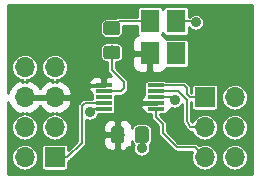
<source format=gtl>
G04 #@! TF.GenerationSoftware,KiCad,Pcbnew,(5.0.2)-1*
G04 #@! TF.CreationDate,2020-12-02T07:54:58-05:00*
G04 #@! TF.ProjectId,I2C-VFO3,4932432d-5646-44f3-932e-6b696361645f,rev?*
G04 #@! TF.SameCoordinates,Original*
G04 #@! TF.FileFunction,Copper,L1,Top*
G04 #@! TF.FilePolarity,Positive*
%FSLAX46Y46*%
G04 Gerber Fmt 4.6, Leading zero omitted, Abs format (unit mm)*
G04 Created by KiCad (PCBNEW (5.0.2)-1) date 12/2/2020 7:54:58 AM*
%MOMM*%
%LPD*%
G01*
G04 APERTURE LIST*
G04 #@! TA.AperFunction,ComponentPad*
%ADD10R,1.700000X1.700000*%
G04 #@! TD*
G04 #@! TA.AperFunction,ComponentPad*
%ADD11O,1.700000X1.700000*%
G04 #@! TD*
G04 #@! TA.AperFunction,SMDPad,CuDef*
%ADD12R,1.400000X0.300000*%
G04 #@! TD*
G04 #@! TA.AperFunction,SMDPad,CuDef*
%ADD13R,1.650000X1.950000*%
G04 #@! TD*
G04 #@! TA.AperFunction,Conductor*
%ADD14C,0.150000*%
G04 #@! TD*
G04 #@! TA.AperFunction,SMDPad,CuDef*
%ADD15C,1.150000*%
G04 #@! TD*
G04 #@! TA.AperFunction,ViaPad*
%ADD16C,0.889000*%
G04 #@! TD*
G04 #@! TA.AperFunction,Conductor*
%ADD17C,0.203200*%
G04 #@! TD*
G04 #@! TA.AperFunction,Conductor*
%ADD18C,0.254000*%
G04 #@! TD*
G04 APERTURE END LIST*
D10*
G04 #@! TO.P,J1,1*
G04 #@! TO.N,/SCL*
X20320000Y-27940000D03*
D11*
G04 #@! TO.P,J1,2*
X17780000Y-27940000D03*
G04 #@! TO.P,J1,3*
G04 #@! TO.N,/SDA*
X20320000Y-25400000D03*
G04 #@! TO.P,J1,4*
X17780000Y-25400000D03*
G04 #@! TO.P,J1,5*
G04 #@! TO.N,+3V3*
X20320000Y-22860000D03*
G04 #@! TO.P,J1,6*
X17780000Y-22860000D03*
G04 #@! TO.P,J1,7*
G04 #@! TO.N,GND*
X20320000Y-20320000D03*
G04 #@! TO.P,J1,8*
X17780000Y-20320000D03*
G04 #@! TD*
G04 #@! TO.P,J2,6*
G04 #@! TO.N,GND*
X35560000Y-27940000D03*
G04 #@! TO.P,J2,5*
G04 #@! TO.N,Net-(J2-Pad5)*
X33020000Y-27940000D03*
G04 #@! TO.P,J2,4*
G04 #@! TO.N,GND*
X35560000Y-25400000D03*
G04 #@! TO.P,J2,3*
G04 #@! TO.N,Net-(J2-Pad3)*
X33020000Y-25400000D03*
G04 #@! TO.P,J2,2*
G04 #@! TO.N,GND*
X35560000Y-22860000D03*
D10*
G04 #@! TO.P,J2,1*
G04 #@! TO.N,Net-(J2-Pad1)*
X33020000Y-22860000D03*
G04 #@! TD*
D12*
G04 #@! TO.P,U1,1*
G04 #@! TO.N,+3V3*
X24470000Y-21860000D03*
G04 #@! TO.P,U1,2*
G04 #@! TO.N,Net-(C2-Pad1)*
X24470000Y-22360000D03*
G04 #@! TO.P,U1,3*
G04 #@! TO.N,N/C*
X24470000Y-22860000D03*
G04 #@! TO.P,U1,4*
G04 #@! TO.N,/SCL*
X24470000Y-23360000D03*
G04 #@! TO.P,U1,5*
G04 #@! TO.N,/SDA*
X24470000Y-23860000D03*
G04 #@! TO.P,U1,6*
G04 #@! TO.N,Net-(J2-Pad5)*
X28870000Y-23860000D03*
G04 #@! TO.P,U1,7*
G04 #@! TO.N,+3V3*
X28870000Y-23360000D03*
G04 #@! TO.P,U1,8*
G04 #@! TO.N,GND*
X28870000Y-22860000D03*
G04 #@! TO.P,U1,9*
G04 #@! TO.N,Net-(J2-Pad3)*
X28870000Y-22360000D03*
G04 #@! TO.P,U1,10*
G04 #@! TO.N,Net-(J2-Pad1)*
X28870000Y-21860000D03*
G04 #@! TD*
D13*
G04 #@! TO.P,U2,1*
G04 #@! TO.N,N/C*
X30564000Y-19155000D03*
G04 #@! TO.P,U2,2*
G04 #@! TO.N,GND*
X30564000Y-16405000D03*
G04 #@! TO.P,U2,3*
G04 #@! TO.N,Net-(C2-Pad2)*
X28364000Y-16405000D03*
G04 #@! TO.P,U2,4*
G04 #@! TO.N,+3V3*
X28364000Y-19155000D03*
G04 #@! TD*
D14*
G04 #@! TO.N,Net-(C2-Pad1)*
G04 #@! TO.C,C2*
G36*
X25620505Y-18485204D02*
X25644773Y-18488804D01*
X25668572Y-18494765D01*
X25691671Y-18503030D01*
X25713850Y-18513520D01*
X25734893Y-18526132D01*
X25754599Y-18540747D01*
X25772777Y-18557223D01*
X25789253Y-18575401D01*
X25803868Y-18595107D01*
X25816480Y-18616150D01*
X25826970Y-18638329D01*
X25835235Y-18661428D01*
X25841196Y-18685227D01*
X25844796Y-18709495D01*
X25846000Y-18733999D01*
X25846000Y-19384001D01*
X25844796Y-19408505D01*
X25841196Y-19432773D01*
X25835235Y-19456572D01*
X25826970Y-19479671D01*
X25816480Y-19501850D01*
X25803868Y-19522893D01*
X25789253Y-19542599D01*
X25772777Y-19560777D01*
X25754599Y-19577253D01*
X25734893Y-19591868D01*
X25713850Y-19604480D01*
X25691671Y-19614970D01*
X25668572Y-19623235D01*
X25644773Y-19629196D01*
X25620505Y-19632796D01*
X25596001Y-19634000D01*
X24695999Y-19634000D01*
X24671495Y-19632796D01*
X24647227Y-19629196D01*
X24623428Y-19623235D01*
X24600329Y-19614970D01*
X24578150Y-19604480D01*
X24557107Y-19591868D01*
X24537401Y-19577253D01*
X24519223Y-19560777D01*
X24502747Y-19542599D01*
X24488132Y-19522893D01*
X24475520Y-19501850D01*
X24465030Y-19479671D01*
X24456765Y-19456572D01*
X24450804Y-19432773D01*
X24447204Y-19408505D01*
X24446000Y-19384001D01*
X24446000Y-18733999D01*
X24447204Y-18709495D01*
X24450804Y-18685227D01*
X24456765Y-18661428D01*
X24465030Y-18638329D01*
X24475520Y-18616150D01*
X24488132Y-18595107D01*
X24502747Y-18575401D01*
X24519223Y-18557223D01*
X24537401Y-18540747D01*
X24557107Y-18526132D01*
X24578150Y-18513520D01*
X24600329Y-18503030D01*
X24623428Y-18494765D01*
X24647227Y-18488804D01*
X24671495Y-18485204D01*
X24695999Y-18484000D01*
X25596001Y-18484000D01*
X25620505Y-18485204D01*
X25620505Y-18485204D01*
G37*
D15*
G04 #@! TD*
G04 #@! TO.P,C2,1*
G04 #@! TO.N,Net-(C2-Pad1)*
X25146000Y-19059000D03*
D14*
G04 #@! TO.N,Net-(C2-Pad2)*
G04 #@! TO.C,C2*
G36*
X25620505Y-16435204D02*
X25644773Y-16438804D01*
X25668572Y-16444765D01*
X25691671Y-16453030D01*
X25713850Y-16463520D01*
X25734893Y-16476132D01*
X25754599Y-16490747D01*
X25772777Y-16507223D01*
X25789253Y-16525401D01*
X25803868Y-16545107D01*
X25816480Y-16566150D01*
X25826970Y-16588329D01*
X25835235Y-16611428D01*
X25841196Y-16635227D01*
X25844796Y-16659495D01*
X25846000Y-16683999D01*
X25846000Y-17334001D01*
X25844796Y-17358505D01*
X25841196Y-17382773D01*
X25835235Y-17406572D01*
X25826970Y-17429671D01*
X25816480Y-17451850D01*
X25803868Y-17472893D01*
X25789253Y-17492599D01*
X25772777Y-17510777D01*
X25754599Y-17527253D01*
X25734893Y-17541868D01*
X25713850Y-17554480D01*
X25691671Y-17564970D01*
X25668572Y-17573235D01*
X25644773Y-17579196D01*
X25620505Y-17582796D01*
X25596001Y-17584000D01*
X24695999Y-17584000D01*
X24671495Y-17582796D01*
X24647227Y-17579196D01*
X24623428Y-17573235D01*
X24600329Y-17564970D01*
X24578150Y-17554480D01*
X24557107Y-17541868D01*
X24537401Y-17527253D01*
X24519223Y-17510777D01*
X24502747Y-17492599D01*
X24488132Y-17472893D01*
X24475520Y-17451850D01*
X24465030Y-17429671D01*
X24456765Y-17406572D01*
X24450804Y-17382773D01*
X24447204Y-17358505D01*
X24446000Y-17334001D01*
X24446000Y-16683999D01*
X24447204Y-16659495D01*
X24450804Y-16635227D01*
X24456765Y-16611428D01*
X24465030Y-16588329D01*
X24475520Y-16566150D01*
X24488132Y-16545107D01*
X24502747Y-16525401D01*
X24519223Y-16507223D01*
X24537401Y-16490747D01*
X24557107Y-16476132D01*
X24578150Y-16463520D01*
X24600329Y-16453030D01*
X24623428Y-16444765D01*
X24647227Y-16438804D01*
X24671495Y-16435204D01*
X24695999Y-16434000D01*
X25596001Y-16434000D01*
X25620505Y-16435204D01*
X25620505Y-16435204D01*
G37*
D15*
G04 #@! TD*
G04 #@! TO.P,C2,2*
G04 #@! TO.N,Net-(C2-Pad2)*
X25146000Y-17009000D03*
D14*
G04 #@! TO.N,+3V3*
G04 #@! TO.C,C1*
G36*
X25994505Y-25336204D02*
X26018773Y-25339804D01*
X26042572Y-25345765D01*
X26065671Y-25354030D01*
X26087850Y-25364520D01*
X26108893Y-25377132D01*
X26128599Y-25391747D01*
X26146777Y-25408223D01*
X26163253Y-25426401D01*
X26177868Y-25446107D01*
X26190480Y-25467150D01*
X26200970Y-25489329D01*
X26209235Y-25512428D01*
X26215196Y-25536227D01*
X26218796Y-25560495D01*
X26220000Y-25584999D01*
X26220000Y-26485001D01*
X26218796Y-26509505D01*
X26215196Y-26533773D01*
X26209235Y-26557572D01*
X26200970Y-26580671D01*
X26190480Y-26602850D01*
X26177868Y-26623893D01*
X26163253Y-26643599D01*
X26146777Y-26661777D01*
X26128599Y-26678253D01*
X26108893Y-26692868D01*
X26087850Y-26705480D01*
X26065671Y-26715970D01*
X26042572Y-26724235D01*
X26018773Y-26730196D01*
X25994505Y-26733796D01*
X25970001Y-26735000D01*
X25319999Y-26735000D01*
X25295495Y-26733796D01*
X25271227Y-26730196D01*
X25247428Y-26724235D01*
X25224329Y-26715970D01*
X25202150Y-26705480D01*
X25181107Y-26692868D01*
X25161401Y-26678253D01*
X25143223Y-26661777D01*
X25126747Y-26643599D01*
X25112132Y-26623893D01*
X25099520Y-26602850D01*
X25089030Y-26580671D01*
X25080765Y-26557572D01*
X25074804Y-26533773D01*
X25071204Y-26509505D01*
X25070000Y-26485001D01*
X25070000Y-25584999D01*
X25071204Y-25560495D01*
X25074804Y-25536227D01*
X25080765Y-25512428D01*
X25089030Y-25489329D01*
X25099520Y-25467150D01*
X25112132Y-25446107D01*
X25126747Y-25426401D01*
X25143223Y-25408223D01*
X25161401Y-25391747D01*
X25181107Y-25377132D01*
X25202150Y-25364520D01*
X25224329Y-25354030D01*
X25247428Y-25345765D01*
X25271227Y-25339804D01*
X25295495Y-25336204D01*
X25319999Y-25335000D01*
X25970001Y-25335000D01*
X25994505Y-25336204D01*
X25994505Y-25336204D01*
G37*
D15*
G04 #@! TD*
G04 #@! TO.P,C1,1*
G04 #@! TO.N,+3V3*
X25645000Y-26035000D03*
D14*
G04 #@! TO.N,GND*
G04 #@! TO.C,C1*
G36*
X28044505Y-25336204D02*
X28068773Y-25339804D01*
X28092572Y-25345765D01*
X28115671Y-25354030D01*
X28137850Y-25364520D01*
X28158893Y-25377132D01*
X28178599Y-25391747D01*
X28196777Y-25408223D01*
X28213253Y-25426401D01*
X28227868Y-25446107D01*
X28240480Y-25467150D01*
X28250970Y-25489329D01*
X28259235Y-25512428D01*
X28265196Y-25536227D01*
X28268796Y-25560495D01*
X28270000Y-25584999D01*
X28270000Y-26485001D01*
X28268796Y-26509505D01*
X28265196Y-26533773D01*
X28259235Y-26557572D01*
X28250970Y-26580671D01*
X28240480Y-26602850D01*
X28227868Y-26623893D01*
X28213253Y-26643599D01*
X28196777Y-26661777D01*
X28178599Y-26678253D01*
X28158893Y-26692868D01*
X28137850Y-26705480D01*
X28115671Y-26715970D01*
X28092572Y-26724235D01*
X28068773Y-26730196D01*
X28044505Y-26733796D01*
X28020001Y-26735000D01*
X27369999Y-26735000D01*
X27345495Y-26733796D01*
X27321227Y-26730196D01*
X27297428Y-26724235D01*
X27274329Y-26715970D01*
X27252150Y-26705480D01*
X27231107Y-26692868D01*
X27211401Y-26678253D01*
X27193223Y-26661777D01*
X27176747Y-26643599D01*
X27162132Y-26623893D01*
X27149520Y-26602850D01*
X27139030Y-26580671D01*
X27130765Y-26557572D01*
X27124804Y-26533773D01*
X27121204Y-26509505D01*
X27120000Y-26485001D01*
X27120000Y-25584999D01*
X27121204Y-25560495D01*
X27124804Y-25536227D01*
X27130765Y-25512428D01*
X27139030Y-25489329D01*
X27149520Y-25467150D01*
X27162132Y-25446107D01*
X27176747Y-25426401D01*
X27193223Y-25408223D01*
X27211401Y-25391747D01*
X27231107Y-25377132D01*
X27252150Y-25364520D01*
X27274329Y-25354030D01*
X27297428Y-25345765D01*
X27321227Y-25339804D01*
X27345495Y-25336204D01*
X27369999Y-25335000D01*
X28020001Y-25335000D01*
X28044505Y-25336204D01*
X28044505Y-25336204D01*
G37*
D15*
G04 #@! TD*
G04 #@! TO.P,C1,2*
G04 #@! TO.N,GND*
X27695000Y-26035000D03*
D16*
G04 #@! TO.N,/SDA*
X23304500Y-24130000D03*
G04 #@! TO.N,GND*
X27686000Y-27178000D03*
X30480000Y-23114000D03*
X32258000Y-16510000D03*
G04 #@! TO.N,+3V3*
X26670000Y-27432000D03*
G04 #@! TD*
D17*
G04 #@! TO.N,/SDA*
X24470000Y-23860000D02*
X23574500Y-23860000D01*
X23574500Y-23860000D02*
X23304500Y-24130000D01*
G04 #@! TO.N,GND*
X27920000Y-26035000D02*
X27920000Y-26944000D01*
X27920000Y-26944000D02*
X27686000Y-27178000D01*
X28870000Y-22860000D02*
X30226000Y-22860000D01*
X30226000Y-22860000D02*
X30480000Y-23114000D01*
X30564000Y-16405000D02*
X32153000Y-16405000D01*
X32153000Y-16405000D02*
X32258000Y-16510000D01*
G04 #@! TO.N,/SCL*
X21373200Y-27940000D02*
X22606000Y-26707200D01*
X20320000Y-27940000D02*
X21373200Y-27940000D01*
X22606000Y-26707200D02*
X22606000Y-23622000D01*
X22868000Y-23360000D02*
X24470000Y-23360000D01*
X22606000Y-23622000D02*
X22868000Y-23360000D01*
G04 #@! TO.N,Net-(J2-Pad1)*
X28870000Y-21860000D02*
X31258000Y-21860000D01*
X31258000Y-21860000D02*
X31496000Y-22098000D01*
X31496000Y-22606000D02*
X31750000Y-22860000D01*
X31496000Y-22098000D02*
X31496000Y-22606000D01*
X31750000Y-22860000D02*
X33020000Y-22860000D01*
G04 #@! TO.N,Net-(J2-Pad3)*
X31817919Y-25400000D02*
X33020000Y-25400000D01*
X28870000Y-22360000D02*
X30742000Y-22360000D01*
X30742000Y-22360000D02*
X31496000Y-23114000D01*
X31496000Y-23114000D02*
X31496000Y-24892000D01*
X31496000Y-24892000D02*
X31817919Y-25400000D01*
G04 #@! TO.N,Net-(J2-Pad5)*
X32170001Y-27090001D02*
X30646001Y-27090001D01*
X33020000Y-27940000D02*
X32170001Y-27090001D01*
X30646001Y-27090001D02*
X29464000Y-25908000D01*
X29464000Y-25908000D02*
X29464000Y-25146000D01*
X28870000Y-24552000D02*
X28870000Y-23860000D01*
X29464000Y-25146000D02*
X28870000Y-24552000D01*
G04 #@! TO.N,Net-(C2-Pad1)*
X24470000Y-22360000D02*
X25900000Y-22360000D01*
X25900000Y-22360000D02*
X26162000Y-22098000D01*
X26162000Y-22098000D02*
X26162000Y-21590000D01*
X25146000Y-20574000D02*
X25146000Y-19059000D01*
X26162000Y-21590000D02*
X25146000Y-20574000D01*
G04 #@! TO.N,Net-(C2-Pad2)*
X25750000Y-16405000D02*
X25146000Y-17009000D01*
X28364000Y-16405000D02*
X25750000Y-16405000D01*
G04 #@! TD*
D18*
G04 #@! TO.N,+3V3*
G36*
X36995100Y-29375100D02*
X16344900Y-29375100D01*
X16344900Y-27940000D01*
X16645136Y-27940000D01*
X16666942Y-28161401D01*
X16731522Y-28374294D01*
X16836395Y-28570497D01*
X16977530Y-28742470D01*
X17149503Y-28883605D01*
X17345706Y-28988478D01*
X17558599Y-29053058D01*
X17724523Y-29069400D01*
X17835477Y-29069400D01*
X18001401Y-29053058D01*
X18214294Y-28988478D01*
X18410497Y-28883605D01*
X18582470Y-28742470D01*
X18723605Y-28570497D01*
X18828478Y-28374294D01*
X18893058Y-28161401D01*
X18914864Y-27940000D01*
X18893058Y-27718599D01*
X18828478Y-27505706D01*
X18723605Y-27309503D01*
X18582470Y-27137530D01*
X18524555Y-27090000D01*
X19189249Y-27090000D01*
X19189249Y-28790000D01*
X19194644Y-28844772D01*
X19210620Y-28897439D01*
X19236564Y-28945977D01*
X19271479Y-28988521D01*
X19314023Y-29023436D01*
X19362561Y-29049380D01*
X19415228Y-29065356D01*
X19470000Y-29070751D01*
X21170000Y-29070751D01*
X21224772Y-29065356D01*
X21277439Y-29049380D01*
X21325977Y-29023436D01*
X21368521Y-28988521D01*
X21403436Y-28945977D01*
X21429380Y-28897439D01*
X21445356Y-28844772D01*
X21450751Y-28790000D01*
X21450751Y-28314619D01*
X21519708Y-28293701D01*
X21585896Y-28258322D01*
X21643911Y-28210711D01*
X21655846Y-28196168D01*
X22862175Y-26989840D01*
X22876711Y-26977911D01*
X22904957Y-26943493D01*
X22924322Y-26919897D01*
X22936645Y-26896841D01*
X22959701Y-26853708D01*
X22981487Y-26781889D01*
X22987000Y-26725913D01*
X22987000Y-26725904D01*
X22988842Y-26707201D01*
X22987000Y-26688498D01*
X22987000Y-26320750D01*
X24435000Y-26320750D01*
X24435000Y-26797542D01*
X24459403Y-26920223D01*
X24507270Y-27035785D01*
X24576763Y-27139789D01*
X24665211Y-27228237D01*
X24769215Y-27297730D01*
X24884777Y-27345597D01*
X25007458Y-27370000D01*
X25359250Y-27370000D01*
X25518000Y-27211250D01*
X25518000Y-26162000D01*
X24593750Y-26162000D01*
X24435000Y-26320750D01*
X22987000Y-26320750D01*
X22987000Y-25272458D01*
X24435000Y-25272458D01*
X24435000Y-25749250D01*
X24593750Y-25908000D01*
X25518000Y-25908000D01*
X25518000Y-24858750D01*
X25772000Y-24858750D01*
X25772000Y-25908000D01*
X25792000Y-25908000D01*
X25792000Y-26162000D01*
X25772000Y-26162000D01*
X25772000Y-27211250D01*
X25930750Y-27370000D01*
X26282542Y-27370000D01*
X26405223Y-27345597D01*
X26520785Y-27297730D01*
X26624789Y-27228237D01*
X26713237Y-27139789D01*
X26782730Y-27035785D01*
X26830597Y-26920223D01*
X26855000Y-26797542D01*
X26855000Y-26606851D01*
X26879650Y-26688110D01*
X26928697Y-26779870D01*
X26994702Y-26860298D01*
X27024070Y-26884399D01*
X26989919Y-26966846D01*
X26962100Y-27106702D01*
X26962100Y-27249298D01*
X26989919Y-27389154D01*
X27044488Y-27520895D01*
X27123710Y-27639460D01*
X27224540Y-27740290D01*
X27343105Y-27819512D01*
X27474846Y-27874081D01*
X27614702Y-27901900D01*
X27757298Y-27901900D01*
X27897154Y-27874081D01*
X28028895Y-27819512D01*
X28147460Y-27740290D01*
X28248290Y-27639460D01*
X28327512Y-27520895D01*
X28382081Y-27389154D01*
X28409900Y-27249298D01*
X28409900Y-27106702D01*
X28382081Y-26966846D01*
X28352497Y-26895424D01*
X28395298Y-26860298D01*
X28461303Y-26779870D01*
X28510350Y-26688110D01*
X28540553Y-26588545D01*
X28550751Y-26485001D01*
X28550751Y-25584999D01*
X28540553Y-25481455D01*
X28510350Y-25381890D01*
X28461303Y-25290130D01*
X28395298Y-25209702D01*
X28314870Y-25143697D01*
X28223110Y-25094650D01*
X28123545Y-25064447D01*
X28020001Y-25054249D01*
X27369999Y-25054249D01*
X27266455Y-25064447D01*
X27166890Y-25094650D01*
X27075130Y-25143697D01*
X26994702Y-25209702D01*
X26928697Y-25290130D01*
X26879650Y-25381890D01*
X26855000Y-25463149D01*
X26855000Y-25272458D01*
X26830597Y-25149777D01*
X26782730Y-25034215D01*
X26713237Y-24930211D01*
X26624789Y-24841763D01*
X26520785Y-24772270D01*
X26405223Y-24724403D01*
X26282542Y-24700000D01*
X25930750Y-24700000D01*
X25772000Y-24858750D01*
X25518000Y-24858750D01*
X25359250Y-24700000D01*
X25007458Y-24700000D01*
X24884777Y-24724403D01*
X24769215Y-24772270D01*
X24665211Y-24841763D01*
X24576763Y-24930211D01*
X24507270Y-25034215D01*
X24459403Y-25149777D01*
X24435000Y-25272458D01*
X22987000Y-25272458D01*
X22987000Y-24782031D01*
X23093346Y-24826081D01*
X23233202Y-24853900D01*
X23375798Y-24853900D01*
X23515654Y-24826081D01*
X23647395Y-24771512D01*
X23765960Y-24692290D01*
X23866790Y-24591460D01*
X23946012Y-24472895D01*
X24000581Y-24341154D01*
X24010607Y-24290751D01*
X25170000Y-24290751D01*
X25224772Y-24285356D01*
X25277439Y-24269380D01*
X25325977Y-24243436D01*
X25368521Y-24208521D01*
X25403436Y-24165977D01*
X25429380Y-24117439D01*
X25445356Y-24064772D01*
X25450751Y-24010000D01*
X25450751Y-23710000D01*
X25445356Y-23655228D01*
X25431637Y-23610000D01*
X25436566Y-23593750D01*
X27535000Y-23593750D01*
X27538519Y-23590231D01*
X27535000Y-23572542D01*
X27535000Y-23593750D01*
X25436566Y-23593750D01*
X25445356Y-23564772D01*
X25450751Y-23510000D01*
X25450751Y-23210000D01*
X25445356Y-23155228D01*
X25443000Y-23147458D01*
X27535000Y-23147458D01*
X27538519Y-23129769D01*
X27693750Y-23285000D01*
X28114054Y-23285000D01*
X28115228Y-23285356D01*
X28170000Y-23290751D01*
X29017000Y-23290751D01*
X29017000Y-23429249D01*
X28170000Y-23429249D01*
X28115228Y-23434644D01*
X28114054Y-23435000D01*
X27693750Y-23435000D01*
X27538519Y-23590231D01*
X27559403Y-23695223D01*
X27607270Y-23810785D01*
X27676763Y-23914789D01*
X27765211Y-24003237D01*
X27869215Y-24072730D01*
X27901059Y-24085920D01*
X27910620Y-24117439D01*
X27936564Y-24165977D01*
X27971479Y-24208521D01*
X28014023Y-24243436D01*
X28062561Y-24269380D01*
X28115228Y-24285356D01*
X28170000Y-24290751D01*
X28489000Y-24290751D01*
X28489000Y-24533289D01*
X28487157Y-24552000D01*
X28489000Y-24570710D01*
X28489000Y-24570712D01*
X28494513Y-24626688D01*
X28508336Y-24672255D01*
X28516299Y-24698507D01*
X28551678Y-24764696D01*
X28557272Y-24771512D01*
X28599289Y-24822711D01*
X28613832Y-24834646D01*
X29083001Y-25303816D01*
X29083000Y-25889289D01*
X29081157Y-25908000D01*
X29083000Y-25926710D01*
X29083000Y-25926712D01*
X29088513Y-25982688D01*
X29103016Y-26030497D01*
X29110299Y-26054507D01*
X29145678Y-26120696D01*
X29161666Y-26140177D01*
X29193289Y-26178711D01*
X29207832Y-26190646D01*
X30363360Y-27346175D01*
X30375290Y-27360712D01*
X30389825Y-27372640D01*
X30433304Y-27408323D01*
X30499493Y-27443702D01*
X30571312Y-27465488D01*
X30627288Y-27471001D01*
X30627291Y-27471001D01*
X30646001Y-27472844D01*
X30664711Y-27471001D01*
X31990072Y-27471001D01*
X31971522Y-27505706D01*
X31906942Y-27718599D01*
X31885136Y-27940000D01*
X31906942Y-28161401D01*
X31971522Y-28374294D01*
X32076395Y-28570497D01*
X32217530Y-28742470D01*
X32389503Y-28883605D01*
X32585706Y-28988478D01*
X32798599Y-29053058D01*
X32964523Y-29069400D01*
X33075477Y-29069400D01*
X33241401Y-29053058D01*
X33454294Y-28988478D01*
X33650497Y-28883605D01*
X33822470Y-28742470D01*
X33963605Y-28570497D01*
X34068478Y-28374294D01*
X34133058Y-28161401D01*
X34154864Y-27940000D01*
X34425136Y-27940000D01*
X34446942Y-28161401D01*
X34511522Y-28374294D01*
X34616395Y-28570497D01*
X34757530Y-28742470D01*
X34929503Y-28883605D01*
X35125706Y-28988478D01*
X35338599Y-29053058D01*
X35504523Y-29069400D01*
X35615477Y-29069400D01*
X35781401Y-29053058D01*
X35994294Y-28988478D01*
X36190497Y-28883605D01*
X36362470Y-28742470D01*
X36503605Y-28570497D01*
X36608478Y-28374294D01*
X36673058Y-28161401D01*
X36694864Y-27940000D01*
X36673058Y-27718599D01*
X36608478Y-27505706D01*
X36503605Y-27309503D01*
X36362470Y-27137530D01*
X36190497Y-26996395D01*
X35994294Y-26891522D01*
X35781401Y-26826942D01*
X35615477Y-26810600D01*
X35504523Y-26810600D01*
X35338599Y-26826942D01*
X35125706Y-26891522D01*
X34929503Y-26996395D01*
X34757530Y-27137530D01*
X34616395Y-27309503D01*
X34511522Y-27505706D01*
X34446942Y-27718599D01*
X34425136Y-27940000D01*
X34154864Y-27940000D01*
X34133058Y-27718599D01*
X34068478Y-27505706D01*
X33963605Y-27309503D01*
X33822470Y-27137530D01*
X33650497Y-26996395D01*
X33454294Y-26891522D01*
X33241401Y-26826942D01*
X33075477Y-26810600D01*
X32964523Y-26810600D01*
X32798599Y-26826942D01*
X32585706Y-26891522D01*
X32536590Y-26917775D01*
X32452647Y-26833833D01*
X32440712Y-26819290D01*
X32382697Y-26771679D01*
X32316509Y-26736300D01*
X32244690Y-26714514D01*
X32188714Y-26709001D01*
X32188711Y-26709001D01*
X32170001Y-26707158D01*
X32151291Y-26709001D01*
X30803816Y-26709001D01*
X29845000Y-25750186D01*
X29845000Y-25164710D01*
X29846843Y-25146000D01*
X29845000Y-25127287D01*
X29839487Y-25071311D01*
X29817701Y-24999492D01*
X29783145Y-24934843D01*
X29782322Y-24933303D01*
X29746639Y-24889824D01*
X29734711Y-24875289D01*
X29720174Y-24863359D01*
X29251000Y-24394186D01*
X29251000Y-24290751D01*
X29570000Y-24290751D01*
X29624772Y-24285356D01*
X29677439Y-24269380D01*
X29725977Y-24243436D01*
X29768521Y-24208521D01*
X29803436Y-24165977D01*
X29829380Y-24117439D01*
X29838941Y-24085920D01*
X29870785Y-24072730D01*
X29974789Y-24003237D01*
X30063237Y-23914789D01*
X30132730Y-23810785D01*
X30152913Y-23762060D01*
X30268846Y-23810081D01*
X30408702Y-23837900D01*
X30551298Y-23837900D01*
X30691154Y-23810081D01*
X30822895Y-23755512D01*
X30941460Y-23676290D01*
X31042290Y-23575460D01*
X31115000Y-23466641D01*
X31115001Y-24868657D01*
X31113270Y-24882730D01*
X31115001Y-24906094D01*
X31115001Y-24910713D01*
X31116382Y-24924736D01*
X31118815Y-24957574D01*
X31120058Y-24962061D01*
X31120514Y-24966689D01*
X31130061Y-24998163D01*
X31138855Y-25029899D01*
X31140950Y-25034058D01*
X31142300Y-25038508D01*
X31157805Y-25067515D01*
X31164161Y-25080132D01*
X31166640Y-25084044D01*
X31177679Y-25104696D01*
X31186669Y-25115650D01*
X31488558Y-25592045D01*
X31499597Y-25612696D01*
X31520466Y-25638125D01*
X31540732Y-25664076D01*
X31544256Y-25667114D01*
X31547208Y-25670711D01*
X31572629Y-25691573D01*
X31597576Y-25713079D01*
X31601632Y-25715375D01*
X31605223Y-25718322D01*
X31634235Y-25733829D01*
X31662889Y-25750049D01*
X31667305Y-25751506D01*
X31671411Y-25753701D01*
X31702918Y-25763259D01*
X31734159Y-25773568D01*
X31738776Y-25774136D01*
X31743230Y-25775487D01*
X31776005Y-25778715D01*
X31808648Y-25782730D01*
X31832003Y-25781000D01*
X31955356Y-25781000D01*
X31971522Y-25834294D01*
X32076395Y-26030497D01*
X32217530Y-26202470D01*
X32389503Y-26343605D01*
X32585706Y-26448478D01*
X32798599Y-26513058D01*
X32964523Y-26529400D01*
X33075477Y-26529400D01*
X33241401Y-26513058D01*
X33454294Y-26448478D01*
X33650497Y-26343605D01*
X33822470Y-26202470D01*
X33963605Y-26030497D01*
X34068478Y-25834294D01*
X34133058Y-25621401D01*
X34154864Y-25400000D01*
X34425136Y-25400000D01*
X34446942Y-25621401D01*
X34511522Y-25834294D01*
X34616395Y-26030497D01*
X34757530Y-26202470D01*
X34929503Y-26343605D01*
X35125706Y-26448478D01*
X35338599Y-26513058D01*
X35504523Y-26529400D01*
X35615477Y-26529400D01*
X35781401Y-26513058D01*
X35994294Y-26448478D01*
X36190497Y-26343605D01*
X36362470Y-26202470D01*
X36503605Y-26030497D01*
X36608478Y-25834294D01*
X36673058Y-25621401D01*
X36694864Y-25400000D01*
X36673058Y-25178599D01*
X36608478Y-24965706D01*
X36503605Y-24769503D01*
X36362470Y-24597530D01*
X36190497Y-24456395D01*
X35994294Y-24351522D01*
X35781401Y-24286942D01*
X35615477Y-24270600D01*
X35504523Y-24270600D01*
X35338599Y-24286942D01*
X35125706Y-24351522D01*
X34929503Y-24456395D01*
X34757530Y-24597530D01*
X34616395Y-24769503D01*
X34511522Y-24965706D01*
X34446942Y-25178599D01*
X34425136Y-25400000D01*
X34154864Y-25400000D01*
X34133058Y-25178599D01*
X34068478Y-24965706D01*
X33963605Y-24769503D01*
X33822470Y-24597530D01*
X33650497Y-24456395D01*
X33454294Y-24351522D01*
X33241401Y-24286942D01*
X33075477Y-24270600D01*
X32964523Y-24270600D01*
X32798599Y-24286942D01*
X32585706Y-24351522D01*
X32389503Y-24456395D01*
X32217530Y-24597530D01*
X32076395Y-24769503D01*
X31981699Y-24946665D01*
X31877000Y-24781446D01*
X31877000Y-23241000D01*
X31889249Y-23241000D01*
X31889249Y-23710000D01*
X31894644Y-23764772D01*
X31910620Y-23817439D01*
X31936564Y-23865977D01*
X31971479Y-23908521D01*
X32014023Y-23943436D01*
X32062561Y-23969380D01*
X32115228Y-23985356D01*
X32170000Y-23990751D01*
X33870000Y-23990751D01*
X33924772Y-23985356D01*
X33977439Y-23969380D01*
X34025977Y-23943436D01*
X34068521Y-23908521D01*
X34103436Y-23865977D01*
X34129380Y-23817439D01*
X34145356Y-23764772D01*
X34150751Y-23710000D01*
X34150751Y-22860000D01*
X34425136Y-22860000D01*
X34446942Y-23081401D01*
X34511522Y-23294294D01*
X34616395Y-23490497D01*
X34757530Y-23662470D01*
X34929503Y-23803605D01*
X35125706Y-23908478D01*
X35338599Y-23973058D01*
X35504523Y-23989400D01*
X35615477Y-23989400D01*
X35781401Y-23973058D01*
X35994294Y-23908478D01*
X36190497Y-23803605D01*
X36362470Y-23662470D01*
X36503605Y-23490497D01*
X36608478Y-23294294D01*
X36673058Y-23081401D01*
X36694864Y-22860000D01*
X36673058Y-22638599D01*
X36608478Y-22425706D01*
X36503605Y-22229503D01*
X36362470Y-22057530D01*
X36190497Y-21916395D01*
X35994294Y-21811522D01*
X35781401Y-21746942D01*
X35615477Y-21730600D01*
X35504523Y-21730600D01*
X35338599Y-21746942D01*
X35125706Y-21811522D01*
X34929503Y-21916395D01*
X34757530Y-22057530D01*
X34616395Y-22229503D01*
X34511522Y-22425706D01*
X34446942Y-22638599D01*
X34425136Y-22860000D01*
X34150751Y-22860000D01*
X34150751Y-22010000D01*
X34145356Y-21955228D01*
X34129380Y-21902561D01*
X34103436Y-21854023D01*
X34068521Y-21811479D01*
X34025977Y-21776564D01*
X33977439Y-21750620D01*
X33924772Y-21734644D01*
X33870000Y-21729249D01*
X32170000Y-21729249D01*
X32115228Y-21734644D01*
X32062561Y-21750620D01*
X32014023Y-21776564D01*
X31971479Y-21811479D01*
X31936564Y-21854023D01*
X31910620Y-21902561D01*
X31894644Y-21955228D01*
X31889249Y-22010000D01*
X31889249Y-22460435D01*
X31877000Y-22448186D01*
X31877000Y-22116710D01*
X31878843Y-22098000D01*
X31876351Y-22072696D01*
X31871487Y-22023311D01*
X31849701Y-21951492D01*
X31840886Y-21935000D01*
X31814322Y-21885303D01*
X31799947Y-21867788D01*
X31766711Y-21827289D01*
X31752169Y-21815355D01*
X31540646Y-21603832D01*
X31528711Y-21589289D01*
X31470696Y-21541678D01*
X31404508Y-21506299D01*
X31332689Y-21484513D01*
X31276713Y-21479000D01*
X31276710Y-21479000D01*
X31258000Y-21477157D01*
X31239290Y-21479000D01*
X29728945Y-21479000D01*
X29725977Y-21476564D01*
X29677439Y-21450620D01*
X29624772Y-21434644D01*
X29570000Y-21429249D01*
X28170000Y-21429249D01*
X28115228Y-21434644D01*
X28062561Y-21450620D01*
X28014023Y-21476564D01*
X27971479Y-21511479D01*
X27936564Y-21554023D01*
X27910620Y-21602561D01*
X27894644Y-21655228D01*
X27889249Y-21710000D01*
X27889249Y-22010000D01*
X27894644Y-22064772D01*
X27908363Y-22110000D01*
X27894644Y-22155228D01*
X27889249Y-22210000D01*
X27889249Y-22510000D01*
X27894644Y-22564772D01*
X27908363Y-22610000D01*
X27901059Y-22634080D01*
X27869215Y-22647270D01*
X27765211Y-22716763D01*
X27676763Y-22805211D01*
X27607270Y-22909215D01*
X27559403Y-23024777D01*
X27538519Y-23129769D01*
X27535000Y-23126250D01*
X27535000Y-23147458D01*
X25443000Y-23147458D01*
X25431637Y-23110000D01*
X25445356Y-23064772D01*
X25450751Y-23010000D01*
X25450751Y-22741000D01*
X25881290Y-22741000D01*
X25900000Y-22742843D01*
X25918710Y-22741000D01*
X25918713Y-22741000D01*
X25974689Y-22735487D01*
X26046508Y-22713701D01*
X26112696Y-22678322D01*
X26170711Y-22630711D01*
X26182645Y-22616169D01*
X26418176Y-22380639D01*
X26432711Y-22368711D01*
X26460139Y-22335290D01*
X26480322Y-22310697D01*
X26515701Y-22244508D01*
X26519946Y-22230514D01*
X26537487Y-22172689D01*
X26543000Y-22116713D01*
X26543000Y-22116710D01*
X26544843Y-22098000D01*
X26543000Y-22079287D01*
X26543000Y-21608710D01*
X26544843Y-21590000D01*
X26543000Y-21571287D01*
X26537487Y-21515311D01*
X26515701Y-21443492D01*
X26508088Y-21429249D01*
X26480322Y-21377303D01*
X26444639Y-21333824D01*
X26432711Y-21319289D01*
X26418174Y-21307359D01*
X25527000Y-20416186D01*
X25527000Y-19914751D01*
X25596001Y-19914751D01*
X25699545Y-19904553D01*
X25799110Y-19874350D01*
X25890870Y-19825303D01*
X25971298Y-19759298D01*
X26037303Y-19678870D01*
X26086350Y-19587110D01*
X26116553Y-19487545D01*
X26121161Y-19440750D01*
X26904000Y-19440750D01*
X26904000Y-20192542D01*
X26928403Y-20315223D01*
X26976270Y-20430785D01*
X27045763Y-20534789D01*
X27134211Y-20623237D01*
X27238215Y-20692730D01*
X27353777Y-20740597D01*
X27476458Y-20765000D01*
X28078250Y-20765000D01*
X28237000Y-20606250D01*
X28237000Y-19282000D01*
X27062750Y-19282000D01*
X26904000Y-19440750D01*
X26121161Y-19440750D01*
X26126751Y-19384001D01*
X26126751Y-18733999D01*
X26116553Y-18630455D01*
X26086350Y-18530890D01*
X26037303Y-18439130D01*
X25971298Y-18358702D01*
X25890870Y-18292697D01*
X25799110Y-18243650D01*
X25699545Y-18213447D01*
X25596001Y-18203249D01*
X24695999Y-18203249D01*
X24592455Y-18213447D01*
X24492890Y-18243650D01*
X24401130Y-18292697D01*
X24320702Y-18358702D01*
X24254697Y-18439130D01*
X24205650Y-18530890D01*
X24175447Y-18630455D01*
X24165249Y-18733999D01*
X24165249Y-19384001D01*
X24175447Y-19487545D01*
X24205650Y-19587110D01*
X24254697Y-19678870D01*
X24320702Y-19759298D01*
X24401130Y-19825303D01*
X24492890Y-19874350D01*
X24592455Y-19904553D01*
X24695999Y-19914751D01*
X24765000Y-19914751D01*
X24765000Y-20555290D01*
X24763157Y-20574000D01*
X24765000Y-20592710D01*
X24765000Y-20592712D01*
X24770513Y-20648688D01*
X24783873Y-20692730D01*
X24792299Y-20720507D01*
X24827678Y-20786696D01*
X24843666Y-20806177D01*
X24875289Y-20844711D01*
X24889832Y-20856646D01*
X25108186Y-21075000D01*
X24755750Y-21075000D01*
X24597000Y-21233750D01*
X24597000Y-21785000D01*
X24617000Y-21785000D01*
X24617000Y-21929249D01*
X23770000Y-21929249D01*
X23715228Y-21934644D01*
X23714054Y-21935000D01*
X23293750Y-21935000D01*
X23138519Y-22090231D01*
X23159403Y-22195223D01*
X23207270Y-22310785D01*
X23276763Y-22414789D01*
X23365211Y-22503237D01*
X23469215Y-22572730D01*
X23501059Y-22585920D01*
X23508363Y-22610000D01*
X23494644Y-22655228D01*
X23489249Y-22710000D01*
X23489249Y-22979000D01*
X22886710Y-22979000D01*
X22868000Y-22977157D01*
X22849290Y-22979000D01*
X22849287Y-22979000D01*
X22793311Y-22984513D01*
X22721492Y-23006299D01*
X22655303Y-23041678D01*
X22640261Y-23054023D01*
X22597289Y-23089289D01*
X22585358Y-23103827D01*
X22349827Y-23339359D01*
X22335290Y-23351289D01*
X22323361Y-23365825D01*
X22287678Y-23409304D01*
X22252299Y-23475493D01*
X22230514Y-23547312D01*
X22223157Y-23622000D01*
X22225001Y-23640720D01*
X22225000Y-26549385D01*
X21450751Y-27323635D01*
X21450751Y-27090000D01*
X21445356Y-27035228D01*
X21429380Y-26982561D01*
X21403436Y-26934023D01*
X21368521Y-26891479D01*
X21325977Y-26856564D01*
X21277439Y-26830620D01*
X21224772Y-26814644D01*
X21170000Y-26809249D01*
X19470000Y-26809249D01*
X19415228Y-26814644D01*
X19362561Y-26830620D01*
X19314023Y-26856564D01*
X19271479Y-26891479D01*
X19236564Y-26934023D01*
X19210620Y-26982561D01*
X19194644Y-27035228D01*
X19189249Y-27090000D01*
X18524555Y-27090000D01*
X18410497Y-26996395D01*
X18214294Y-26891522D01*
X18001401Y-26826942D01*
X17835477Y-26810600D01*
X17724523Y-26810600D01*
X17558599Y-26826942D01*
X17345706Y-26891522D01*
X17149503Y-26996395D01*
X16977530Y-27137530D01*
X16836395Y-27309503D01*
X16731522Y-27505706D01*
X16666942Y-27718599D01*
X16645136Y-27940000D01*
X16344900Y-27940000D01*
X16344900Y-23237911D01*
X16383175Y-23364099D01*
X16508359Y-23626920D01*
X16682412Y-23860269D01*
X16898645Y-24055178D01*
X17148748Y-24204157D01*
X17423109Y-24301481D01*
X17652998Y-24180815D01*
X17652998Y-24277645D01*
X17558599Y-24286942D01*
X17345706Y-24351522D01*
X17149503Y-24456395D01*
X16977530Y-24597530D01*
X16836395Y-24769503D01*
X16731522Y-24965706D01*
X16666942Y-25178599D01*
X16645136Y-25400000D01*
X16666942Y-25621401D01*
X16731522Y-25834294D01*
X16836395Y-26030497D01*
X16977530Y-26202470D01*
X17149503Y-26343605D01*
X17345706Y-26448478D01*
X17558599Y-26513058D01*
X17724523Y-26529400D01*
X17835477Y-26529400D01*
X18001401Y-26513058D01*
X18214294Y-26448478D01*
X18410497Y-26343605D01*
X18582470Y-26202470D01*
X18723605Y-26030497D01*
X18828478Y-25834294D01*
X18893058Y-25621401D01*
X18914864Y-25400000D01*
X18893058Y-25178599D01*
X18828478Y-24965706D01*
X18723605Y-24769503D01*
X18582470Y-24597530D01*
X18410497Y-24456395D01*
X18214294Y-24351522D01*
X18001401Y-24286942D01*
X17907002Y-24277645D01*
X17907002Y-24180815D01*
X18136891Y-24301481D01*
X18411252Y-24204157D01*
X18661355Y-24055178D01*
X18877588Y-23860269D01*
X19050000Y-23629120D01*
X19222412Y-23860269D01*
X19438645Y-24055178D01*
X19688748Y-24204157D01*
X19963109Y-24301481D01*
X20192998Y-24180815D01*
X20192998Y-24277645D01*
X20098599Y-24286942D01*
X19885706Y-24351522D01*
X19689503Y-24456395D01*
X19517530Y-24597530D01*
X19376395Y-24769503D01*
X19271522Y-24965706D01*
X19206942Y-25178599D01*
X19185136Y-25400000D01*
X19206942Y-25621401D01*
X19271522Y-25834294D01*
X19376395Y-26030497D01*
X19517530Y-26202470D01*
X19689503Y-26343605D01*
X19885706Y-26448478D01*
X20098599Y-26513058D01*
X20264523Y-26529400D01*
X20375477Y-26529400D01*
X20541401Y-26513058D01*
X20754294Y-26448478D01*
X20950497Y-26343605D01*
X21122470Y-26202470D01*
X21263605Y-26030497D01*
X21368478Y-25834294D01*
X21433058Y-25621401D01*
X21454864Y-25400000D01*
X21433058Y-25178599D01*
X21368478Y-24965706D01*
X21263605Y-24769503D01*
X21122470Y-24597530D01*
X20950497Y-24456395D01*
X20754294Y-24351522D01*
X20541401Y-24286942D01*
X20447002Y-24277645D01*
X20447002Y-24180815D01*
X20676891Y-24301481D01*
X20951252Y-24204157D01*
X21201355Y-24055178D01*
X21417588Y-23860269D01*
X21591641Y-23626920D01*
X21716825Y-23364099D01*
X21761476Y-23216890D01*
X21640155Y-22987000D01*
X20447000Y-22987000D01*
X20447000Y-23007000D01*
X20193000Y-23007000D01*
X20193000Y-22987000D01*
X17907000Y-22987000D01*
X17907000Y-23007000D01*
X17653000Y-23007000D01*
X17653000Y-22987000D01*
X17633000Y-22987000D01*
X17633000Y-22733000D01*
X17653000Y-22733000D01*
X17653000Y-22713000D01*
X17907000Y-22713000D01*
X17907000Y-22733000D01*
X20193000Y-22733000D01*
X20193000Y-22713000D01*
X20447000Y-22713000D01*
X20447000Y-22733000D01*
X21640155Y-22733000D01*
X21761476Y-22503110D01*
X21716825Y-22355901D01*
X21591961Y-22093750D01*
X23135000Y-22093750D01*
X23138519Y-22090231D01*
X23135000Y-22072542D01*
X23135000Y-22093750D01*
X21591961Y-22093750D01*
X21591641Y-22093080D01*
X21417588Y-21859731D01*
X21201355Y-21664822D01*
X21172205Y-21647458D01*
X23135000Y-21647458D01*
X23138519Y-21629769D01*
X23293750Y-21785000D01*
X24343000Y-21785000D01*
X24343000Y-21233750D01*
X24184250Y-21075000D01*
X23707458Y-21075000D01*
X23584777Y-21099403D01*
X23469215Y-21147270D01*
X23365211Y-21216763D01*
X23276763Y-21305211D01*
X23207270Y-21409215D01*
X23159403Y-21524777D01*
X23138519Y-21629769D01*
X23135000Y-21626250D01*
X23135000Y-21647458D01*
X21172205Y-21647458D01*
X20951252Y-21515843D01*
X20676891Y-21418519D01*
X20447002Y-21539185D01*
X20447002Y-21442355D01*
X20541401Y-21433058D01*
X20754294Y-21368478D01*
X20950497Y-21263605D01*
X21122470Y-21122470D01*
X21263605Y-20950497D01*
X21368478Y-20754294D01*
X21433058Y-20541401D01*
X21454864Y-20320000D01*
X21433058Y-20098599D01*
X21368478Y-19885706D01*
X21263605Y-19689503D01*
X21122470Y-19517530D01*
X20950497Y-19376395D01*
X20754294Y-19271522D01*
X20541401Y-19206942D01*
X20375477Y-19190600D01*
X20264523Y-19190600D01*
X20098599Y-19206942D01*
X19885706Y-19271522D01*
X19689503Y-19376395D01*
X19517530Y-19517530D01*
X19376395Y-19689503D01*
X19271522Y-19885706D01*
X19206942Y-20098599D01*
X19185136Y-20320000D01*
X19206942Y-20541401D01*
X19271522Y-20754294D01*
X19376395Y-20950497D01*
X19517530Y-21122470D01*
X19689503Y-21263605D01*
X19885706Y-21368478D01*
X20098599Y-21433058D01*
X20192998Y-21442355D01*
X20192998Y-21539185D01*
X19963109Y-21418519D01*
X19688748Y-21515843D01*
X19438645Y-21664822D01*
X19222412Y-21859731D01*
X19050000Y-22090880D01*
X18877588Y-21859731D01*
X18661355Y-21664822D01*
X18411252Y-21515843D01*
X18136891Y-21418519D01*
X17907002Y-21539185D01*
X17907002Y-21442355D01*
X18001401Y-21433058D01*
X18214294Y-21368478D01*
X18410497Y-21263605D01*
X18582470Y-21122470D01*
X18723605Y-20950497D01*
X18828478Y-20754294D01*
X18893058Y-20541401D01*
X18914864Y-20320000D01*
X18893058Y-20098599D01*
X18828478Y-19885706D01*
X18723605Y-19689503D01*
X18582470Y-19517530D01*
X18410497Y-19376395D01*
X18214294Y-19271522D01*
X18001401Y-19206942D01*
X17835477Y-19190600D01*
X17724523Y-19190600D01*
X17558599Y-19206942D01*
X17345706Y-19271522D01*
X17149503Y-19376395D01*
X16977530Y-19517530D01*
X16836395Y-19689503D01*
X16731522Y-19885706D01*
X16666942Y-20098599D01*
X16645136Y-20320000D01*
X16666942Y-20541401D01*
X16731522Y-20754294D01*
X16836395Y-20950497D01*
X16977530Y-21122470D01*
X17149503Y-21263605D01*
X17345706Y-21368478D01*
X17558599Y-21433058D01*
X17652998Y-21442355D01*
X17652998Y-21539185D01*
X17423109Y-21418519D01*
X17148748Y-21515843D01*
X16898645Y-21664822D01*
X16682412Y-21859731D01*
X16508359Y-22093080D01*
X16383175Y-22355901D01*
X16344900Y-22482089D01*
X16344900Y-16683999D01*
X24165249Y-16683999D01*
X24165249Y-17334001D01*
X24175447Y-17437545D01*
X24205650Y-17537110D01*
X24254697Y-17628870D01*
X24320702Y-17709298D01*
X24401130Y-17775303D01*
X24492890Y-17824350D01*
X24592455Y-17854553D01*
X24695999Y-17864751D01*
X25596001Y-17864751D01*
X25699545Y-17854553D01*
X25799110Y-17824350D01*
X25890870Y-17775303D01*
X25971298Y-17709298D01*
X26037303Y-17628870D01*
X26086350Y-17537110D01*
X26116553Y-17437545D01*
X26126751Y-17334001D01*
X26126751Y-16786000D01*
X27258249Y-16786000D01*
X27258249Y-17380000D01*
X27263644Y-17434772D01*
X27279620Y-17487439D01*
X27305564Y-17535977D01*
X27338268Y-17575827D01*
X27238215Y-17617270D01*
X27134211Y-17686763D01*
X27045763Y-17775211D01*
X26976270Y-17879215D01*
X26928403Y-17994777D01*
X26904000Y-18117458D01*
X26904000Y-18869250D01*
X27062750Y-19028000D01*
X28237000Y-19028000D01*
X28237000Y-19008000D01*
X28491000Y-19008000D01*
X28491000Y-19028000D01*
X28511000Y-19028000D01*
X28511000Y-19282000D01*
X28491000Y-19282000D01*
X28491000Y-20606250D01*
X28649750Y-20765000D01*
X29251542Y-20765000D01*
X29374223Y-20740597D01*
X29489785Y-20692730D01*
X29593789Y-20623237D01*
X29682237Y-20534789D01*
X29751730Y-20430785D01*
X29760028Y-20410751D01*
X31389000Y-20410751D01*
X31443772Y-20405356D01*
X31496439Y-20389380D01*
X31544977Y-20363436D01*
X31587521Y-20328521D01*
X31622436Y-20285977D01*
X31648380Y-20237439D01*
X31664356Y-20184772D01*
X31669751Y-20130000D01*
X31669751Y-18180000D01*
X31664356Y-18125228D01*
X31648380Y-18072561D01*
X31622436Y-18024023D01*
X31587521Y-17981479D01*
X31544977Y-17946564D01*
X31496439Y-17920620D01*
X31443772Y-17904644D01*
X31389000Y-17899249D01*
X29760028Y-17899249D01*
X29751730Y-17879215D01*
X29682237Y-17775211D01*
X29593789Y-17686763D01*
X29489785Y-17617270D01*
X29389732Y-17575827D01*
X29422436Y-17535977D01*
X29448380Y-17487439D01*
X29464000Y-17435946D01*
X29479620Y-17487439D01*
X29505564Y-17535977D01*
X29540479Y-17578521D01*
X29583023Y-17613436D01*
X29631561Y-17639380D01*
X29684228Y-17655356D01*
X29739000Y-17660751D01*
X31389000Y-17660751D01*
X31443772Y-17655356D01*
X31496439Y-17639380D01*
X31544977Y-17613436D01*
X31587521Y-17578521D01*
X31622436Y-17535977D01*
X31648380Y-17487439D01*
X31664356Y-17434772D01*
X31669751Y-17380000D01*
X31669751Y-16932609D01*
X31695710Y-16971460D01*
X31796540Y-17072290D01*
X31915105Y-17151512D01*
X32046846Y-17206081D01*
X32186702Y-17233900D01*
X32329298Y-17233900D01*
X32469154Y-17206081D01*
X32600895Y-17151512D01*
X32719460Y-17072290D01*
X32820290Y-16971460D01*
X32899512Y-16852895D01*
X32954081Y-16721154D01*
X32981900Y-16581298D01*
X32981900Y-16438702D01*
X32954081Y-16298846D01*
X32899512Y-16167105D01*
X32820290Y-16048540D01*
X32719460Y-15947710D01*
X32600895Y-15868488D01*
X32469154Y-15813919D01*
X32329298Y-15786100D01*
X32186702Y-15786100D01*
X32046846Y-15813919D01*
X31915105Y-15868488D01*
X31796540Y-15947710D01*
X31720250Y-16024000D01*
X31669751Y-16024000D01*
X31669751Y-15430000D01*
X31664356Y-15375228D01*
X31648380Y-15322561D01*
X31622436Y-15274023D01*
X31587521Y-15231479D01*
X31544977Y-15196564D01*
X31496439Y-15170620D01*
X31443772Y-15154644D01*
X31389000Y-15149249D01*
X29739000Y-15149249D01*
X29684228Y-15154644D01*
X29631561Y-15170620D01*
X29583023Y-15196564D01*
X29540479Y-15231479D01*
X29505564Y-15274023D01*
X29479620Y-15322561D01*
X29464000Y-15374054D01*
X29448380Y-15322561D01*
X29422436Y-15274023D01*
X29387521Y-15231479D01*
X29344977Y-15196564D01*
X29296439Y-15170620D01*
X29243772Y-15154644D01*
X29189000Y-15149249D01*
X27539000Y-15149249D01*
X27484228Y-15154644D01*
X27431561Y-15170620D01*
X27383023Y-15196564D01*
X27340479Y-15231479D01*
X27305564Y-15274023D01*
X27279620Y-15322561D01*
X27263644Y-15375228D01*
X27258249Y-15430000D01*
X27258249Y-16024000D01*
X25768710Y-16024000D01*
X25750000Y-16022157D01*
X25731290Y-16024000D01*
X25731287Y-16024000D01*
X25675311Y-16029513D01*
X25603492Y-16051299D01*
X25537303Y-16086678D01*
X25507972Y-16110750D01*
X25479289Y-16134289D01*
X25467359Y-16148826D01*
X25462936Y-16153249D01*
X24695999Y-16153249D01*
X24592455Y-16163447D01*
X24492890Y-16193650D01*
X24401130Y-16242697D01*
X24320702Y-16308702D01*
X24254697Y-16389130D01*
X24205650Y-16480890D01*
X24175447Y-16580455D01*
X24165249Y-16683999D01*
X16344900Y-16683999D01*
X16344900Y-15074900D01*
X36995101Y-15074900D01*
X36995100Y-29375100D01*
X36995100Y-29375100D01*
G37*
X36995100Y-29375100D02*
X16344900Y-29375100D01*
X16344900Y-27940000D01*
X16645136Y-27940000D01*
X16666942Y-28161401D01*
X16731522Y-28374294D01*
X16836395Y-28570497D01*
X16977530Y-28742470D01*
X17149503Y-28883605D01*
X17345706Y-28988478D01*
X17558599Y-29053058D01*
X17724523Y-29069400D01*
X17835477Y-29069400D01*
X18001401Y-29053058D01*
X18214294Y-28988478D01*
X18410497Y-28883605D01*
X18582470Y-28742470D01*
X18723605Y-28570497D01*
X18828478Y-28374294D01*
X18893058Y-28161401D01*
X18914864Y-27940000D01*
X18893058Y-27718599D01*
X18828478Y-27505706D01*
X18723605Y-27309503D01*
X18582470Y-27137530D01*
X18524555Y-27090000D01*
X19189249Y-27090000D01*
X19189249Y-28790000D01*
X19194644Y-28844772D01*
X19210620Y-28897439D01*
X19236564Y-28945977D01*
X19271479Y-28988521D01*
X19314023Y-29023436D01*
X19362561Y-29049380D01*
X19415228Y-29065356D01*
X19470000Y-29070751D01*
X21170000Y-29070751D01*
X21224772Y-29065356D01*
X21277439Y-29049380D01*
X21325977Y-29023436D01*
X21368521Y-28988521D01*
X21403436Y-28945977D01*
X21429380Y-28897439D01*
X21445356Y-28844772D01*
X21450751Y-28790000D01*
X21450751Y-28314619D01*
X21519708Y-28293701D01*
X21585896Y-28258322D01*
X21643911Y-28210711D01*
X21655846Y-28196168D01*
X22862175Y-26989840D01*
X22876711Y-26977911D01*
X22904957Y-26943493D01*
X22924322Y-26919897D01*
X22936645Y-26896841D01*
X22959701Y-26853708D01*
X22981487Y-26781889D01*
X22987000Y-26725913D01*
X22987000Y-26725904D01*
X22988842Y-26707201D01*
X22987000Y-26688498D01*
X22987000Y-26320750D01*
X24435000Y-26320750D01*
X24435000Y-26797542D01*
X24459403Y-26920223D01*
X24507270Y-27035785D01*
X24576763Y-27139789D01*
X24665211Y-27228237D01*
X24769215Y-27297730D01*
X24884777Y-27345597D01*
X25007458Y-27370000D01*
X25359250Y-27370000D01*
X25518000Y-27211250D01*
X25518000Y-26162000D01*
X24593750Y-26162000D01*
X24435000Y-26320750D01*
X22987000Y-26320750D01*
X22987000Y-25272458D01*
X24435000Y-25272458D01*
X24435000Y-25749250D01*
X24593750Y-25908000D01*
X25518000Y-25908000D01*
X25518000Y-24858750D01*
X25772000Y-24858750D01*
X25772000Y-25908000D01*
X25792000Y-25908000D01*
X25792000Y-26162000D01*
X25772000Y-26162000D01*
X25772000Y-27211250D01*
X25930750Y-27370000D01*
X26282542Y-27370000D01*
X26405223Y-27345597D01*
X26520785Y-27297730D01*
X26624789Y-27228237D01*
X26713237Y-27139789D01*
X26782730Y-27035785D01*
X26830597Y-26920223D01*
X26855000Y-26797542D01*
X26855000Y-26606851D01*
X26879650Y-26688110D01*
X26928697Y-26779870D01*
X26994702Y-26860298D01*
X27024070Y-26884399D01*
X26989919Y-26966846D01*
X26962100Y-27106702D01*
X26962100Y-27249298D01*
X26989919Y-27389154D01*
X27044488Y-27520895D01*
X27123710Y-27639460D01*
X27224540Y-27740290D01*
X27343105Y-27819512D01*
X27474846Y-27874081D01*
X27614702Y-27901900D01*
X27757298Y-27901900D01*
X27897154Y-27874081D01*
X28028895Y-27819512D01*
X28147460Y-27740290D01*
X28248290Y-27639460D01*
X28327512Y-27520895D01*
X28382081Y-27389154D01*
X28409900Y-27249298D01*
X28409900Y-27106702D01*
X28382081Y-26966846D01*
X28352497Y-26895424D01*
X28395298Y-26860298D01*
X28461303Y-26779870D01*
X28510350Y-26688110D01*
X28540553Y-26588545D01*
X28550751Y-26485001D01*
X28550751Y-25584999D01*
X28540553Y-25481455D01*
X28510350Y-25381890D01*
X28461303Y-25290130D01*
X28395298Y-25209702D01*
X28314870Y-25143697D01*
X28223110Y-25094650D01*
X28123545Y-25064447D01*
X28020001Y-25054249D01*
X27369999Y-25054249D01*
X27266455Y-25064447D01*
X27166890Y-25094650D01*
X27075130Y-25143697D01*
X26994702Y-25209702D01*
X26928697Y-25290130D01*
X26879650Y-25381890D01*
X26855000Y-25463149D01*
X26855000Y-25272458D01*
X26830597Y-25149777D01*
X26782730Y-25034215D01*
X26713237Y-24930211D01*
X26624789Y-24841763D01*
X26520785Y-24772270D01*
X26405223Y-24724403D01*
X26282542Y-24700000D01*
X25930750Y-24700000D01*
X25772000Y-24858750D01*
X25518000Y-24858750D01*
X25359250Y-24700000D01*
X25007458Y-24700000D01*
X24884777Y-24724403D01*
X24769215Y-24772270D01*
X24665211Y-24841763D01*
X24576763Y-24930211D01*
X24507270Y-25034215D01*
X24459403Y-25149777D01*
X24435000Y-25272458D01*
X22987000Y-25272458D01*
X22987000Y-24782031D01*
X23093346Y-24826081D01*
X23233202Y-24853900D01*
X23375798Y-24853900D01*
X23515654Y-24826081D01*
X23647395Y-24771512D01*
X23765960Y-24692290D01*
X23866790Y-24591460D01*
X23946012Y-24472895D01*
X24000581Y-24341154D01*
X24010607Y-24290751D01*
X25170000Y-24290751D01*
X25224772Y-24285356D01*
X25277439Y-24269380D01*
X25325977Y-24243436D01*
X25368521Y-24208521D01*
X25403436Y-24165977D01*
X25429380Y-24117439D01*
X25445356Y-24064772D01*
X25450751Y-24010000D01*
X25450751Y-23710000D01*
X25445356Y-23655228D01*
X25431637Y-23610000D01*
X25436566Y-23593750D01*
X27535000Y-23593750D01*
X27538519Y-23590231D01*
X27535000Y-23572542D01*
X27535000Y-23593750D01*
X25436566Y-23593750D01*
X25445356Y-23564772D01*
X25450751Y-23510000D01*
X25450751Y-23210000D01*
X25445356Y-23155228D01*
X25443000Y-23147458D01*
X27535000Y-23147458D01*
X27538519Y-23129769D01*
X27693750Y-23285000D01*
X28114054Y-23285000D01*
X28115228Y-23285356D01*
X28170000Y-23290751D01*
X29017000Y-23290751D01*
X29017000Y-23429249D01*
X28170000Y-23429249D01*
X28115228Y-23434644D01*
X28114054Y-23435000D01*
X27693750Y-23435000D01*
X27538519Y-23590231D01*
X27559403Y-23695223D01*
X27607270Y-23810785D01*
X27676763Y-23914789D01*
X27765211Y-24003237D01*
X27869215Y-24072730D01*
X27901059Y-24085920D01*
X27910620Y-24117439D01*
X27936564Y-24165977D01*
X27971479Y-24208521D01*
X28014023Y-24243436D01*
X28062561Y-24269380D01*
X28115228Y-24285356D01*
X28170000Y-24290751D01*
X28489000Y-24290751D01*
X28489000Y-24533289D01*
X28487157Y-24552000D01*
X28489000Y-24570710D01*
X28489000Y-24570712D01*
X28494513Y-24626688D01*
X28508336Y-24672255D01*
X28516299Y-24698507D01*
X28551678Y-24764696D01*
X28557272Y-24771512D01*
X28599289Y-24822711D01*
X28613832Y-24834646D01*
X29083001Y-25303816D01*
X29083000Y-25889289D01*
X29081157Y-25908000D01*
X29083000Y-25926710D01*
X29083000Y-25926712D01*
X29088513Y-25982688D01*
X29103016Y-26030497D01*
X29110299Y-26054507D01*
X29145678Y-26120696D01*
X29161666Y-26140177D01*
X29193289Y-26178711D01*
X29207832Y-26190646D01*
X30363360Y-27346175D01*
X30375290Y-27360712D01*
X30389825Y-27372640D01*
X30433304Y-27408323D01*
X30499493Y-27443702D01*
X30571312Y-27465488D01*
X30627288Y-27471001D01*
X30627291Y-27471001D01*
X30646001Y-27472844D01*
X30664711Y-27471001D01*
X31990072Y-27471001D01*
X31971522Y-27505706D01*
X31906942Y-27718599D01*
X31885136Y-27940000D01*
X31906942Y-28161401D01*
X31971522Y-28374294D01*
X32076395Y-28570497D01*
X32217530Y-28742470D01*
X32389503Y-28883605D01*
X32585706Y-28988478D01*
X32798599Y-29053058D01*
X32964523Y-29069400D01*
X33075477Y-29069400D01*
X33241401Y-29053058D01*
X33454294Y-28988478D01*
X33650497Y-28883605D01*
X33822470Y-28742470D01*
X33963605Y-28570497D01*
X34068478Y-28374294D01*
X34133058Y-28161401D01*
X34154864Y-27940000D01*
X34425136Y-27940000D01*
X34446942Y-28161401D01*
X34511522Y-28374294D01*
X34616395Y-28570497D01*
X34757530Y-28742470D01*
X34929503Y-28883605D01*
X35125706Y-28988478D01*
X35338599Y-29053058D01*
X35504523Y-29069400D01*
X35615477Y-29069400D01*
X35781401Y-29053058D01*
X35994294Y-28988478D01*
X36190497Y-28883605D01*
X36362470Y-28742470D01*
X36503605Y-28570497D01*
X36608478Y-28374294D01*
X36673058Y-28161401D01*
X36694864Y-27940000D01*
X36673058Y-27718599D01*
X36608478Y-27505706D01*
X36503605Y-27309503D01*
X36362470Y-27137530D01*
X36190497Y-26996395D01*
X35994294Y-26891522D01*
X35781401Y-26826942D01*
X35615477Y-26810600D01*
X35504523Y-26810600D01*
X35338599Y-26826942D01*
X35125706Y-26891522D01*
X34929503Y-26996395D01*
X34757530Y-27137530D01*
X34616395Y-27309503D01*
X34511522Y-27505706D01*
X34446942Y-27718599D01*
X34425136Y-27940000D01*
X34154864Y-27940000D01*
X34133058Y-27718599D01*
X34068478Y-27505706D01*
X33963605Y-27309503D01*
X33822470Y-27137530D01*
X33650497Y-26996395D01*
X33454294Y-26891522D01*
X33241401Y-26826942D01*
X33075477Y-26810600D01*
X32964523Y-26810600D01*
X32798599Y-26826942D01*
X32585706Y-26891522D01*
X32536590Y-26917775D01*
X32452647Y-26833833D01*
X32440712Y-26819290D01*
X32382697Y-26771679D01*
X32316509Y-26736300D01*
X32244690Y-26714514D01*
X32188714Y-26709001D01*
X32188711Y-26709001D01*
X32170001Y-26707158D01*
X32151291Y-26709001D01*
X30803816Y-26709001D01*
X29845000Y-25750186D01*
X29845000Y-25164710D01*
X29846843Y-25146000D01*
X29845000Y-25127287D01*
X29839487Y-25071311D01*
X29817701Y-24999492D01*
X29783145Y-24934843D01*
X29782322Y-24933303D01*
X29746639Y-24889824D01*
X29734711Y-24875289D01*
X29720174Y-24863359D01*
X29251000Y-24394186D01*
X29251000Y-24290751D01*
X29570000Y-24290751D01*
X29624772Y-24285356D01*
X29677439Y-24269380D01*
X29725977Y-24243436D01*
X29768521Y-24208521D01*
X29803436Y-24165977D01*
X29829380Y-24117439D01*
X29838941Y-24085920D01*
X29870785Y-24072730D01*
X29974789Y-24003237D01*
X30063237Y-23914789D01*
X30132730Y-23810785D01*
X30152913Y-23762060D01*
X30268846Y-23810081D01*
X30408702Y-23837900D01*
X30551298Y-23837900D01*
X30691154Y-23810081D01*
X30822895Y-23755512D01*
X30941460Y-23676290D01*
X31042290Y-23575460D01*
X31115000Y-23466641D01*
X31115001Y-24868657D01*
X31113270Y-24882730D01*
X31115001Y-24906094D01*
X31115001Y-24910713D01*
X31116382Y-24924736D01*
X31118815Y-24957574D01*
X31120058Y-24962061D01*
X31120514Y-24966689D01*
X31130061Y-24998163D01*
X31138855Y-25029899D01*
X31140950Y-25034058D01*
X31142300Y-25038508D01*
X31157805Y-25067515D01*
X31164161Y-25080132D01*
X31166640Y-25084044D01*
X31177679Y-25104696D01*
X31186669Y-25115650D01*
X31488558Y-25592045D01*
X31499597Y-25612696D01*
X31520466Y-25638125D01*
X31540732Y-25664076D01*
X31544256Y-25667114D01*
X31547208Y-25670711D01*
X31572629Y-25691573D01*
X31597576Y-25713079D01*
X31601632Y-25715375D01*
X31605223Y-25718322D01*
X31634235Y-25733829D01*
X31662889Y-25750049D01*
X31667305Y-25751506D01*
X31671411Y-25753701D01*
X31702918Y-25763259D01*
X31734159Y-25773568D01*
X31738776Y-25774136D01*
X31743230Y-25775487D01*
X31776005Y-25778715D01*
X31808648Y-25782730D01*
X31832003Y-25781000D01*
X31955356Y-25781000D01*
X31971522Y-25834294D01*
X32076395Y-26030497D01*
X32217530Y-26202470D01*
X32389503Y-26343605D01*
X32585706Y-26448478D01*
X32798599Y-26513058D01*
X32964523Y-26529400D01*
X33075477Y-26529400D01*
X33241401Y-26513058D01*
X33454294Y-26448478D01*
X33650497Y-26343605D01*
X33822470Y-26202470D01*
X33963605Y-26030497D01*
X34068478Y-25834294D01*
X34133058Y-25621401D01*
X34154864Y-25400000D01*
X34425136Y-25400000D01*
X34446942Y-25621401D01*
X34511522Y-25834294D01*
X34616395Y-26030497D01*
X34757530Y-26202470D01*
X34929503Y-26343605D01*
X35125706Y-26448478D01*
X35338599Y-26513058D01*
X35504523Y-26529400D01*
X35615477Y-26529400D01*
X35781401Y-26513058D01*
X35994294Y-26448478D01*
X36190497Y-26343605D01*
X36362470Y-26202470D01*
X36503605Y-26030497D01*
X36608478Y-25834294D01*
X36673058Y-25621401D01*
X36694864Y-25400000D01*
X36673058Y-25178599D01*
X36608478Y-24965706D01*
X36503605Y-24769503D01*
X36362470Y-24597530D01*
X36190497Y-24456395D01*
X35994294Y-24351522D01*
X35781401Y-24286942D01*
X35615477Y-24270600D01*
X35504523Y-24270600D01*
X35338599Y-24286942D01*
X35125706Y-24351522D01*
X34929503Y-24456395D01*
X34757530Y-24597530D01*
X34616395Y-24769503D01*
X34511522Y-24965706D01*
X34446942Y-25178599D01*
X34425136Y-25400000D01*
X34154864Y-25400000D01*
X34133058Y-25178599D01*
X34068478Y-24965706D01*
X33963605Y-24769503D01*
X33822470Y-24597530D01*
X33650497Y-24456395D01*
X33454294Y-24351522D01*
X33241401Y-24286942D01*
X33075477Y-24270600D01*
X32964523Y-24270600D01*
X32798599Y-24286942D01*
X32585706Y-24351522D01*
X32389503Y-24456395D01*
X32217530Y-24597530D01*
X32076395Y-24769503D01*
X31981699Y-24946665D01*
X31877000Y-24781446D01*
X31877000Y-23241000D01*
X31889249Y-23241000D01*
X31889249Y-23710000D01*
X31894644Y-23764772D01*
X31910620Y-23817439D01*
X31936564Y-23865977D01*
X31971479Y-23908521D01*
X32014023Y-23943436D01*
X32062561Y-23969380D01*
X32115228Y-23985356D01*
X32170000Y-23990751D01*
X33870000Y-23990751D01*
X33924772Y-23985356D01*
X33977439Y-23969380D01*
X34025977Y-23943436D01*
X34068521Y-23908521D01*
X34103436Y-23865977D01*
X34129380Y-23817439D01*
X34145356Y-23764772D01*
X34150751Y-23710000D01*
X34150751Y-22860000D01*
X34425136Y-22860000D01*
X34446942Y-23081401D01*
X34511522Y-23294294D01*
X34616395Y-23490497D01*
X34757530Y-23662470D01*
X34929503Y-23803605D01*
X35125706Y-23908478D01*
X35338599Y-23973058D01*
X35504523Y-23989400D01*
X35615477Y-23989400D01*
X35781401Y-23973058D01*
X35994294Y-23908478D01*
X36190497Y-23803605D01*
X36362470Y-23662470D01*
X36503605Y-23490497D01*
X36608478Y-23294294D01*
X36673058Y-23081401D01*
X36694864Y-22860000D01*
X36673058Y-22638599D01*
X36608478Y-22425706D01*
X36503605Y-22229503D01*
X36362470Y-22057530D01*
X36190497Y-21916395D01*
X35994294Y-21811522D01*
X35781401Y-21746942D01*
X35615477Y-21730600D01*
X35504523Y-21730600D01*
X35338599Y-21746942D01*
X35125706Y-21811522D01*
X34929503Y-21916395D01*
X34757530Y-22057530D01*
X34616395Y-22229503D01*
X34511522Y-22425706D01*
X34446942Y-22638599D01*
X34425136Y-22860000D01*
X34150751Y-22860000D01*
X34150751Y-22010000D01*
X34145356Y-21955228D01*
X34129380Y-21902561D01*
X34103436Y-21854023D01*
X34068521Y-21811479D01*
X34025977Y-21776564D01*
X33977439Y-21750620D01*
X33924772Y-21734644D01*
X33870000Y-21729249D01*
X32170000Y-21729249D01*
X32115228Y-21734644D01*
X32062561Y-21750620D01*
X32014023Y-21776564D01*
X31971479Y-21811479D01*
X31936564Y-21854023D01*
X31910620Y-21902561D01*
X31894644Y-21955228D01*
X31889249Y-22010000D01*
X31889249Y-22460435D01*
X31877000Y-22448186D01*
X31877000Y-22116710D01*
X31878843Y-22098000D01*
X31876351Y-22072696D01*
X31871487Y-22023311D01*
X31849701Y-21951492D01*
X31840886Y-21935000D01*
X31814322Y-21885303D01*
X31799947Y-21867788D01*
X31766711Y-21827289D01*
X31752169Y-21815355D01*
X31540646Y-21603832D01*
X31528711Y-21589289D01*
X31470696Y-21541678D01*
X31404508Y-21506299D01*
X31332689Y-21484513D01*
X31276713Y-21479000D01*
X31276710Y-21479000D01*
X31258000Y-21477157D01*
X31239290Y-21479000D01*
X29728945Y-21479000D01*
X29725977Y-21476564D01*
X29677439Y-21450620D01*
X29624772Y-21434644D01*
X29570000Y-21429249D01*
X28170000Y-21429249D01*
X28115228Y-21434644D01*
X28062561Y-21450620D01*
X28014023Y-21476564D01*
X27971479Y-21511479D01*
X27936564Y-21554023D01*
X27910620Y-21602561D01*
X27894644Y-21655228D01*
X27889249Y-21710000D01*
X27889249Y-22010000D01*
X27894644Y-22064772D01*
X27908363Y-22110000D01*
X27894644Y-22155228D01*
X27889249Y-22210000D01*
X27889249Y-22510000D01*
X27894644Y-22564772D01*
X27908363Y-22610000D01*
X27901059Y-22634080D01*
X27869215Y-22647270D01*
X27765211Y-22716763D01*
X27676763Y-22805211D01*
X27607270Y-22909215D01*
X27559403Y-23024777D01*
X27538519Y-23129769D01*
X27535000Y-23126250D01*
X27535000Y-23147458D01*
X25443000Y-23147458D01*
X25431637Y-23110000D01*
X25445356Y-23064772D01*
X25450751Y-23010000D01*
X25450751Y-22741000D01*
X25881290Y-22741000D01*
X25900000Y-22742843D01*
X25918710Y-22741000D01*
X25918713Y-22741000D01*
X25974689Y-22735487D01*
X26046508Y-22713701D01*
X26112696Y-22678322D01*
X26170711Y-22630711D01*
X26182645Y-22616169D01*
X26418176Y-22380639D01*
X26432711Y-22368711D01*
X26460139Y-22335290D01*
X26480322Y-22310697D01*
X26515701Y-22244508D01*
X26519946Y-22230514D01*
X26537487Y-22172689D01*
X26543000Y-22116713D01*
X26543000Y-22116710D01*
X26544843Y-22098000D01*
X26543000Y-22079287D01*
X26543000Y-21608710D01*
X26544843Y-21590000D01*
X26543000Y-21571287D01*
X26537487Y-21515311D01*
X26515701Y-21443492D01*
X26508088Y-21429249D01*
X26480322Y-21377303D01*
X26444639Y-21333824D01*
X26432711Y-21319289D01*
X26418174Y-21307359D01*
X25527000Y-20416186D01*
X25527000Y-19914751D01*
X25596001Y-19914751D01*
X25699545Y-19904553D01*
X25799110Y-19874350D01*
X25890870Y-19825303D01*
X25971298Y-19759298D01*
X26037303Y-19678870D01*
X26086350Y-19587110D01*
X26116553Y-19487545D01*
X26121161Y-19440750D01*
X26904000Y-19440750D01*
X26904000Y-20192542D01*
X26928403Y-20315223D01*
X26976270Y-20430785D01*
X27045763Y-20534789D01*
X27134211Y-20623237D01*
X27238215Y-20692730D01*
X27353777Y-20740597D01*
X27476458Y-20765000D01*
X28078250Y-20765000D01*
X28237000Y-20606250D01*
X28237000Y-19282000D01*
X27062750Y-19282000D01*
X26904000Y-19440750D01*
X26121161Y-19440750D01*
X26126751Y-19384001D01*
X26126751Y-18733999D01*
X26116553Y-18630455D01*
X26086350Y-18530890D01*
X26037303Y-18439130D01*
X25971298Y-18358702D01*
X25890870Y-18292697D01*
X25799110Y-18243650D01*
X25699545Y-18213447D01*
X25596001Y-18203249D01*
X24695999Y-18203249D01*
X24592455Y-18213447D01*
X24492890Y-18243650D01*
X24401130Y-18292697D01*
X24320702Y-18358702D01*
X24254697Y-18439130D01*
X24205650Y-18530890D01*
X24175447Y-18630455D01*
X24165249Y-18733999D01*
X24165249Y-19384001D01*
X24175447Y-19487545D01*
X24205650Y-19587110D01*
X24254697Y-19678870D01*
X24320702Y-19759298D01*
X24401130Y-19825303D01*
X24492890Y-19874350D01*
X24592455Y-19904553D01*
X24695999Y-19914751D01*
X24765000Y-19914751D01*
X24765000Y-20555290D01*
X24763157Y-20574000D01*
X24765000Y-20592710D01*
X24765000Y-20592712D01*
X24770513Y-20648688D01*
X24783873Y-20692730D01*
X24792299Y-20720507D01*
X24827678Y-20786696D01*
X24843666Y-20806177D01*
X24875289Y-20844711D01*
X24889832Y-20856646D01*
X25108186Y-21075000D01*
X24755750Y-21075000D01*
X24597000Y-21233750D01*
X24597000Y-21785000D01*
X24617000Y-21785000D01*
X24617000Y-21929249D01*
X23770000Y-21929249D01*
X23715228Y-21934644D01*
X23714054Y-21935000D01*
X23293750Y-21935000D01*
X23138519Y-22090231D01*
X23159403Y-22195223D01*
X23207270Y-22310785D01*
X23276763Y-22414789D01*
X23365211Y-22503237D01*
X23469215Y-22572730D01*
X23501059Y-22585920D01*
X23508363Y-22610000D01*
X23494644Y-22655228D01*
X23489249Y-22710000D01*
X23489249Y-22979000D01*
X22886710Y-22979000D01*
X22868000Y-22977157D01*
X22849290Y-22979000D01*
X22849287Y-22979000D01*
X22793311Y-22984513D01*
X22721492Y-23006299D01*
X22655303Y-23041678D01*
X22640261Y-23054023D01*
X22597289Y-23089289D01*
X22585358Y-23103827D01*
X22349827Y-23339359D01*
X22335290Y-23351289D01*
X22323361Y-23365825D01*
X22287678Y-23409304D01*
X22252299Y-23475493D01*
X22230514Y-23547312D01*
X22223157Y-23622000D01*
X22225001Y-23640720D01*
X22225000Y-26549385D01*
X21450751Y-27323635D01*
X21450751Y-27090000D01*
X21445356Y-27035228D01*
X21429380Y-26982561D01*
X21403436Y-26934023D01*
X21368521Y-26891479D01*
X21325977Y-26856564D01*
X21277439Y-26830620D01*
X21224772Y-26814644D01*
X21170000Y-26809249D01*
X19470000Y-26809249D01*
X19415228Y-26814644D01*
X19362561Y-26830620D01*
X19314023Y-26856564D01*
X19271479Y-26891479D01*
X19236564Y-26934023D01*
X19210620Y-26982561D01*
X19194644Y-27035228D01*
X19189249Y-27090000D01*
X18524555Y-27090000D01*
X18410497Y-26996395D01*
X18214294Y-26891522D01*
X18001401Y-26826942D01*
X17835477Y-26810600D01*
X17724523Y-26810600D01*
X17558599Y-26826942D01*
X17345706Y-26891522D01*
X17149503Y-26996395D01*
X16977530Y-27137530D01*
X16836395Y-27309503D01*
X16731522Y-27505706D01*
X16666942Y-27718599D01*
X16645136Y-27940000D01*
X16344900Y-27940000D01*
X16344900Y-23237911D01*
X16383175Y-23364099D01*
X16508359Y-23626920D01*
X16682412Y-23860269D01*
X16898645Y-24055178D01*
X17148748Y-24204157D01*
X17423109Y-24301481D01*
X17652998Y-24180815D01*
X17652998Y-24277645D01*
X17558599Y-24286942D01*
X17345706Y-24351522D01*
X17149503Y-24456395D01*
X16977530Y-24597530D01*
X16836395Y-24769503D01*
X16731522Y-24965706D01*
X16666942Y-25178599D01*
X16645136Y-25400000D01*
X16666942Y-25621401D01*
X16731522Y-25834294D01*
X16836395Y-26030497D01*
X16977530Y-26202470D01*
X17149503Y-26343605D01*
X17345706Y-26448478D01*
X17558599Y-26513058D01*
X17724523Y-26529400D01*
X17835477Y-26529400D01*
X18001401Y-26513058D01*
X18214294Y-26448478D01*
X18410497Y-26343605D01*
X18582470Y-26202470D01*
X18723605Y-26030497D01*
X18828478Y-25834294D01*
X18893058Y-25621401D01*
X18914864Y-25400000D01*
X18893058Y-25178599D01*
X18828478Y-24965706D01*
X18723605Y-24769503D01*
X18582470Y-24597530D01*
X18410497Y-24456395D01*
X18214294Y-24351522D01*
X18001401Y-24286942D01*
X17907002Y-24277645D01*
X17907002Y-24180815D01*
X18136891Y-24301481D01*
X18411252Y-24204157D01*
X18661355Y-24055178D01*
X18877588Y-23860269D01*
X19050000Y-23629120D01*
X19222412Y-23860269D01*
X19438645Y-24055178D01*
X19688748Y-24204157D01*
X19963109Y-24301481D01*
X20192998Y-24180815D01*
X20192998Y-24277645D01*
X20098599Y-24286942D01*
X19885706Y-24351522D01*
X19689503Y-24456395D01*
X19517530Y-24597530D01*
X19376395Y-24769503D01*
X19271522Y-24965706D01*
X19206942Y-25178599D01*
X19185136Y-25400000D01*
X19206942Y-25621401D01*
X19271522Y-25834294D01*
X19376395Y-26030497D01*
X19517530Y-26202470D01*
X19689503Y-26343605D01*
X19885706Y-26448478D01*
X20098599Y-26513058D01*
X20264523Y-26529400D01*
X20375477Y-26529400D01*
X20541401Y-26513058D01*
X20754294Y-26448478D01*
X20950497Y-26343605D01*
X21122470Y-26202470D01*
X21263605Y-26030497D01*
X21368478Y-25834294D01*
X21433058Y-25621401D01*
X21454864Y-25400000D01*
X21433058Y-25178599D01*
X21368478Y-24965706D01*
X21263605Y-24769503D01*
X21122470Y-24597530D01*
X20950497Y-24456395D01*
X20754294Y-24351522D01*
X20541401Y-24286942D01*
X20447002Y-24277645D01*
X20447002Y-24180815D01*
X20676891Y-24301481D01*
X20951252Y-24204157D01*
X21201355Y-24055178D01*
X21417588Y-23860269D01*
X21591641Y-23626920D01*
X21716825Y-23364099D01*
X21761476Y-23216890D01*
X21640155Y-22987000D01*
X20447000Y-22987000D01*
X20447000Y-23007000D01*
X20193000Y-23007000D01*
X20193000Y-22987000D01*
X17907000Y-22987000D01*
X17907000Y-23007000D01*
X17653000Y-23007000D01*
X17653000Y-22987000D01*
X17633000Y-22987000D01*
X17633000Y-22733000D01*
X17653000Y-22733000D01*
X17653000Y-22713000D01*
X17907000Y-22713000D01*
X17907000Y-22733000D01*
X20193000Y-22733000D01*
X20193000Y-22713000D01*
X20447000Y-22713000D01*
X20447000Y-22733000D01*
X21640155Y-22733000D01*
X21761476Y-22503110D01*
X21716825Y-22355901D01*
X21591961Y-22093750D01*
X23135000Y-22093750D01*
X23138519Y-22090231D01*
X23135000Y-22072542D01*
X23135000Y-22093750D01*
X21591961Y-22093750D01*
X21591641Y-22093080D01*
X21417588Y-21859731D01*
X21201355Y-21664822D01*
X21172205Y-21647458D01*
X23135000Y-21647458D01*
X23138519Y-21629769D01*
X23293750Y-21785000D01*
X24343000Y-21785000D01*
X24343000Y-21233750D01*
X24184250Y-21075000D01*
X23707458Y-21075000D01*
X23584777Y-21099403D01*
X23469215Y-21147270D01*
X23365211Y-21216763D01*
X23276763Y-21305211D01*
X23207270Y-21409215D01*
X23159403Y-21524777D01*
X23138519Y-21629769D01*
X23135000Y-21626250D01*
X23135000Y-21647458D01*
X21172205Y-21647458D01*
X20951252Y-21515843D01*
X20676891Y-21418519D01*
X20447002Y-21539185D01*
X20447002Y-21442355D01*
X20541401Y-21433058D01*
X20754294Y-21368478D01*
X20950497Y-21263605D01*
X21122470Y-21122470D01*
X21263605Y-20950497D01*
X21368478Y-20754294D01*
X21433058Y-20541401D01*
X21454864Y-20320000D01*
X21433058Y-20098599D01*
X21368478Y-19885706D01*
X21263605Y-19689503D01*
X21122470Y-19517530D01*
X20950497Y-19376395D01*
X20754294Y-19271522D01*
X20541401Y-19206942D01*
X20375477Y-19190600D01*
X20264523Y-19190600D01*
X20098599Y-19206942D01*
X19885706Y-19271522D01*
X19689503Y-19376395D01*
X19517530Y-19517530D01*
X19376395Y-19689503D01*
X19271522Y-19885706D01*
X19206942Y-20098599D01*
X19185136Y-20320000D01*
X19206942Y-20541401D01*
X19271522Y-20754294D01*
X19376395Y-20950497D01*
X19517530Y-21122470D01*
X19689503Y-21263605D01*
X19885706Y-21368478D01*
X20098599Y-21433058D01*
X20192998Y-21442355D01*
X20192998Y-21539185D01*
X19963109Y-21418519D01*
X19688748Y-21515843D01*
X19438645Y-21664822D01*
X19222412Y-21859731D01*
X19050000Y-22090880D01*
X18877588Y-21859731D01*
X18661355Y-21664822D01*
X18411252Y-21515843D01*
X18136891Y-21418519D01*
X17907002Y-21539185D01*
X17907002Y-21442355D01*
X18001401Y-21433058D01*
X18214294Y-21368478D01*
X18410497Y-21263605D01*
X18582470Y-21122470D01*
X18723605Y-20950497D01*
X18828478Y-20754294D01*
X18893058Y-20541401D01*
X18914864Y-20320000D01*
X18893058Y-20098599D01*
X18828478Y-19885706D01*
X18723605Y-19689503D01*
X18582470Y-19517530D01*
X18410497Y-19376395D01*
X18214294Y-19271522D01*
X18001401Y-19206942D01*
X17835477Y-19190600D01*
X17724523Y-19190600D01*
X17558599Y-19206942D01*
X17345706Y-19271522D01*
X17149503Y-19376395D01*
X16977530Y-19517530D01*
X16836395Y-19689503D01*
X16731522Y-19885706D01*
X16666942Y-20098599D01*
X16645136Y-20320000D01*
X16666942Y-20541401D01*
X16731522Y-20754294D01*
X16836395Y-20950497D01*
X16977530Y-21122470D01*
X17149503Y-21263605D01*
X17345706Y-21368478D01*
X17558599Y-21433058D01*
X17652998Y-21442355D01*
X17652998Y-21539185D01*
X17423109Y-21418519D01*
X17148748Y-21515843D01*
X16898645Y-21664822D01*
X16682412Y-21859731D01*
X16508359Y-22093080D01*
X16383175Y-22355901D01*
X16344900Y-22482089D01*
X16344900Y-16683999D01*
X24165249Y-16683999D01*
X24165249Y-17334001D01*
X24175447Y-17437545D01*
X24205650Y-17537110D01*
X24254697Y-17628870D01*
X24320702Y-17709298D01*
X24401130Y-17775303D01*
X24492890Y-17824350D01*
X24592455Y-17854553D01*
X24695999Y-17864751D01*
X25596001Y-17864751D01*
X25699545Y-17854553D01*
X25799110Y-17824350D01*
X25890870Y-17775303D01*
X25971298Y-17709298D01*
X26037303Y-17628870D01*
X26086350Y-17537110D01*
X26116553Y-17437545D01*
X26126751Y-17334001D01*
X26126751Y-16786000D01*
X27258249Y-16786000D01*
X27258249Y-17380000D01*
X27263644Y-17434772D01*
X27279620Y-17487439D01*
X27305564Y-17535977D01*
X27338268Y-17575827D01*
X27238215Y-17617270D01*
X27134211Y-17686763D01*
X27045763Y-17775211D01*
X26976270Y-17879215D01*
X26928403Y-17994777D01*
X26904000Y-18117458D01*
X26904000Y-18869250D01*
X27062750Y-19028000D01*
X28237000Y-19028000D01*
X28237000Y-19008000D01*
X28491000Y-19008000D01*
X28491000Y-19028000D01*
X28511000Y-19028000D01*
X28511000Y-19282000D01*
X28491000Y-19282000D01*
X28491000Y-20606250D01*
X28649750Y-20765000D01*
X29251542Y-20765000D01*
X29374223Y-20740597D01*
X29489785Y-20692730D01*
X29593789Y-20623237D01*
X29682237Y-20534789D01*
X29751730Y-20430785D01*
X29760028Y-20410751D01*
X31389000Y-20410751D01*
X31443772Y-20405356D01*
X31496439Y-20389380D01*
X31544977Y-20363436D01*
X31587521Y-20328521D01*
X31622436Y-20285977D01*
X31648380Y-20237439D01*
X31664356Y-20184772D01*
X31669751Y-20130000D01*
X31669751Y-18180000D01*
X31664356Y-18125228D01*
X31648380Y-18072561D01*
X31622436Y-18024023D01*
X31587521Y-17981479D01*
X31544977Y-17946564D01*
X31496439Y-17920620D01*
X31443772Y-17904644D01*
X31389000Y-17899249D01*
X29760028Y-17899249D01*
X29751730Y-17879215D01*
X29682237Y-17775211D01*
X29593789Y-17686763D01*
X29489785Y-17617270D01*
X29389732Y-17575827D01*
X29422436Y-17535977D01*
X29448380Y-17487439D01*
X29464000Y-17435946D01*
X29479620Y-17487439D01*
X29505564Y-17535977D01*
X29540479Y-17578521D01*
X29583023Y-17613436D01*
X29631561Y-17639380D01*
X29684228Y-17655356D01*
X29739000Y-17660751D01*
X31389000Y-17660751D01*
X31443772Y-17655356D01*
X31496439Y-17639380D01*
X31544977Y-17613436D01*
X31587521Y-17578521D01*
X31622436Y-17535977D01*
X31648380Y-17487439D01*
X31664356Y-17434772D01*
X31669751Y-17380000D01*
X31669751Y-16932609D01*
X31695710Y-16971460D01*
X31796540Y-17072290D01*
X31915105Y-17151512D01*
X32046846Y-17206081D01*
X32186702Y-17233900D01*
X32329298Y-17233900D01*
X32469154Y-17206081D01*
X32600895Y-17151512D01*
X32719460Y-17072290D01*
X32820290Y-16971460D01*
X32899512Y-16852895D01*
X32954081Y-16721154D01*
X32981900Y-16581298D01*
X32981900Y-16438702D01*
X32954081Y-16298846D01*
X32899512Y-16167105D01*
X32820290Y-16048540D01*
X32719460Y-15947710D01*
X32600895Y-15868488D01*
X32469154Y-15813919D01*
X32329298Y-15786100D01*
X32186702Y-15786100D01*
X32046846Y-15813919D01*
X31915105Y-15868488D01*
X31796540Y-15947710D01*
X31720250Y-16024000D01*
X31669751Y-16024000D01*
X31669751Y-15430000D01*
X31664356Y-15375228D01*
X31648380Y-15322561D01*
X31622436Y-15274023D01*
X31587521Y-15231479D01*
X31544977Y-15196564D01*
X31496439Y-15170620D01*
X31443772Y-15154644D01*
X31389000Y-15149249D01*
X29739000Y-15149249D01*
X29684228Y-15154644D01*
X29631561Y-15170620D01*
X29583023Y-15196564D01*
X29540479Y-15231479D01*
X29505564Y-15274023D01*
X29479620Y-15322561D01*
X29464000Y-15374054D01*
X29448380Y-15322561D01*
X29422436Y-15274023D01*
X29387521Y-15231479D01*
X29344977Y-15196564D01*
X29296439Y-15170620D01*
X29243772Y-15154644D01*
X29189000Y-15149249D01*
X27539000Y-15149249D01*
X27484228Y-15154644D01*
X27431561Y-15170620D01*
X27383023Y-15196564D01*
X27340479Y-15231479D01*
X27305564Y-15274023D01*
X27279620Y-15322561D01*
X27263644Y-15375228D01*
X27258249Y-15430000D01*
X27258249Y-16024000D01*
X25768710Y-16024000D01*
X25750000Y-16022157D01*
X25731290Y-16024000D01*
X25731287Y-16024000D01*
X25675311Y-16029513D01*
X25603492Y-16051299D01*
X25537303Y-16086678D01*
X25507972Y-16110750D01*
X25479289Y-16134289D01*
X25467359Y-16148826D01*
X25462936Y-16153249D01*
X24695999Y-16153249D01*
X24592455Y-16163447D01*
X24492890Y-16193650D01*
X24401130Y-16242697D01*
X24320702Y-16308702D01*
X24254697Y-16389130D01*
X24205650Y-16480890D01*
X24175447Y-16580455D01*
X24165249Y-16683999D01*
X16344900Y-16683999D01*
X16344900Y-15074900D01*
X36995101Y-15074900D01*
X36995100Y-29375100D01*
G04 #@! TD*
M02*

</source>
